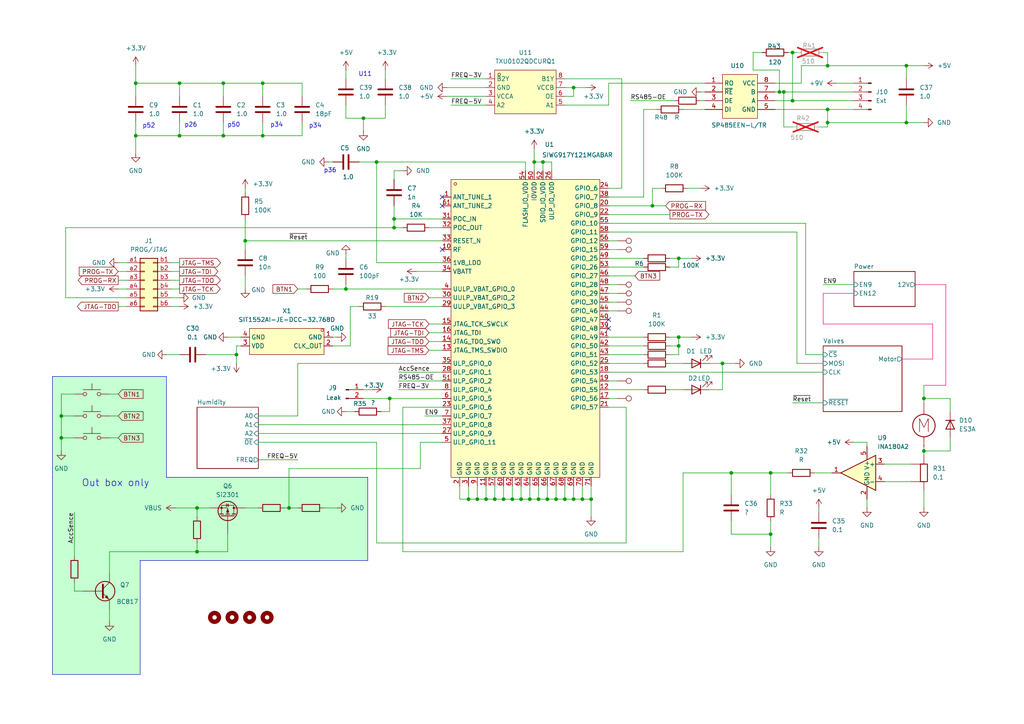
<source format=kicad_sch>
(kicad_sch (version 20231120) (generator "eeschema") (generator_version "8.0")
  (paper "A4")
  (title_block (title "Water Plant main module") (company "RoboWay"))
  (junction (at 227.33 26.67))
  (junction (at 57.15 147.32))
  (junction (at 64.77 39.37))
  (junction (at 156.21 144.78))
  (junction (at 226.06 26.67))
  (junction (at 229.87 29.21))
  (junction (at 109.22 46.99))
  (junction (at 76.2 24.13))
  (junction (at 223.52 137.16))
  (junction (at 39.37 39.37))
  (junction (at 240.03 19.05))
  (junction (at 168.91 144.78))
  (junction (at 68.58 102.87))
  (junction (at 262.89 19.05))
  (junction (at 146.05 144.78))
  (junction (at 209.55 105.41))
  (junction (at 113.03 115.57))
  (junction (at 163.83 144.78))
  (junction (at 71.12 69.85))
  (junction (at 153.67 144.78))
  (junction (at 57.15 160.02))
  (junction (at 39.37 24.13))
  (junction (at 267.97 115.57))
  (junction (at 158.75 144.78))
  (junction (at 189.23 59.69))
  (junction (at 100.33 83.82))
  (junction (at 240.03 31.75))
  (junction (at 196.85 97.79))
  (junction (at 151.13 144.78))
  (junction (at 114.3 66.04))
  (junction (at 135.89 144.78))
  (junction (at 140.97 144.78))
  (junction (at 262.89 35.56))
  (junction (at 143.51 144.78))
  (junction (at 114.3 63.5))
  (junction (at 105.41 34.29))
  (junction (at 171.45 144.78))
  (junction (at 223.52 154.94))
  (junction (at 76.2 39.37))
  (junction (at 157.48 46.99))
  (junction (at 212.09 137.16))
  (junction (at 166.37 144.78))
  (junction (at 17.78 120.65))
  (junction (at 17.78 127))
  (junction (at 154.94 46.99))
  (junction (at 196.85 74.93))
  (junction (at 64.77 24.13))
  (junction (at 83.82 147.32))
  (junction (at 161.29 144.78))
  (junction (at 196.85 100.33))
  (junction (at 166.37 25.4))
  (junction (at 267.97 130.81))
  (junction (at 229.87 15.24))
  (junction (at 148.59 144.78))
  (junction (at 52.07 39.37))
  (junction (at 138.43 144.78))
  (junction (at 240.03 35.56))
  (junction (at 52.07 24.13))
  (no_connect (at 176.53 92.71))
  (no_connect (at 128.27 72.39))
  (no_connect (at 176.53 95.25))
  (no_connect (at 128.27 59.69))
  (no_connect (at 128.27 57.15))
  (wire (pts (xy 229.87 29.21) (xy 247.65 29.21)))
  (wire (pts (xy 247.65 128.27) (xy 251.46 128.27)))
  (wire (pts (xy 265.43 82.55) (xy 274.32 82.55)) (stroke (width 0) (color 255 0 118 1)))
  (wire (pts (xy 218.44 20.32) (xy 226.06 20.32)))
  (wire (pts (xy 237.49 158.75) (xy 237.49 156.21)))
  (wire (pts (xy 176.53 74.93) (xy 186.69 74.93)))
  (wire (pts (xy 223.52 154.94) (xy 223.52 151.13)))
  (wire (pts (xy 157.48 46.99) (xy 154.94 46.99)))
  (wire (pts (xy 224.79 29.21) (xy 229.87 29.21)))
  (wire (pts (xy 130.81 22.86) (xy 140.97 22.86)))
  (wire (pts (xy 233.68 102.87) (xy 238.76 102.87)))
  (wire (pts (xy 156.21 140.97) (xy 156.21 144.78)))
  (wire (pts (xy 86.36 83.82) (xy 88.9 83.82)))
  (wire (pts (xy 163.83 140.97) (xy 163.83 144.78)))
  (wire (pts (xy 176.53 113.03) (xy 186.69 113.03)))
  (wire (pts (xy 135.89 140.97) (xy 135.89 144.78)))
  (wire (pts (xy 223.52 154.94) (xy 223.52 158.75)))
  (wire (pts (xy 176.53 97.79) (xy 186.69 97.79)))
  (wire (pts (xy 34.29 120.65) (xy 31.75 120.65)))
  (wire (pts (xy 157.48 46.99) (xy 157.48 49.53)))
  (wire (pts (xy 228.6 15.24) (xy 229.87 15.24)))
  (wire (pts (xy 163.83 27.94) (xy 166.37 27.94)))
  (wire (pts (xy 74.93 120.65) (xy 86.36 120.65)))
  (wire (pts (xy 189.23 59.69) (xy 193.04 59.69)))
  (wire (pts (xy 205.74 105.41) (xy 209.55 105.41)))
  (wire (pts (xy 34.29 114.3) (xy 31.75 114.3)))
  (wire (pts (xy 176.53 72.39) (xy 179.07 72.39)))
  (polyline (pts (xy 40.64 162.56) (xy 40.64 195.58)))
  (wire (pts (xy 101.6 88.9) (xy 104.14 88.9)))
  (wire (pts (xy 59.69 102.87) (xy 68.58 102.87)))
  (wire (pts (xy 124.46 93.98) (xy 128.27 93.98)))
  (wire (pts (xy 262.89 35.56) (xy 267.97 35.56)))
  (wire (pts (xy 226.06 26.67) (xy 227.33 26.67)))
  (wire (pts (xy 196.85 100.33) (xy 196.85 102.87)))
  (wire (pts (xy 100.33 20.32) (xy 100.33 22.86)))
  (wire (pts (xy 179.07 110.49) (xy 176.53 110.49)))
  (wire (pts (xy 194.31 113.03) (xy 198.12 113.03)))
  (wire (pts (xy 176.53 57.15) (xy 186.69 57.15)))
  (wire (pts (xy 57.15 147.32) (xy 57.15 149.86)))
  (wire (pts (xy 176.53 105.41) (xy 186.69 105.41)))
  (wire (pts (xy 76.2 39.37) (xy 87.63 39.37)))
  (wire (pts (xy 105.41 34.29) (xy 105.41 38.1)))
  (wire (pts (xy 229.87 116.84) (xy 238.76 116.84)))
  (wire (pts (xy 114.3 59.69) (xy 114.3 63.5)))
  (wire (pts (xy 34.29 127) (xy 31.75 127)))
  (wire (pts (xy 34.29 81.28) (xy 36.83 81.28)))
  (wire (pts (xy 66.04 97.79) (xy 69.85 97.79)))
  (wire (pts (xy 133.35 140.97) (xy 133.35 144.78)))
  (wire (pts (xy 64.77 24.13) (xy 64.77 27.94)))
  (wire (pts (xy 251.46 144.78) (xy 251.46 147.32)))
  (wire (pts (xy 39.37 39.37) (xy 39.37 44.45)))
  (wire (pts (xy 109.22 76.2) (xy 109.22 46.99)))
  (polyline (pts (xy 106.68 138.43) (xy 106.68 162.56)))
  (wire (pts (xy 267.97 115.57) (xy 267.97 111.76)))
  (wire (pts (xy 17.78 127) (xy 17.78 130.81)))
  (wire (pts (xy 120.65 78.74) (xy 128.27 78.74)))
  (wire (pts (xy 121.92 128.27) (xy 121.92 135.89)))
  (wire (pts (xy 109.22 128.27) (xy 109.22 157.48)))
  (wire (pts (xy 238.76 85.09) (xy 238.76 93.98)) (stroke (width 0) (color 255 0 118 1)))
  (wire (pts (xy 135.89 144.78) (xy 138.43 144.78)))
  (wire (pts (xy 247.65 24.13) (xy 242.57 24.13)))
  (wire (pts (xy 275.59 130.81) (xy 267.97 130.81)))
  (wire (pts (xy 100.33 73.66) (xy 100.33 74.93)))
  (wire (pts (xy 83.82 147.32) (xy 86.36 147.32)))
  (wire (pts (xy 181.61 157.48) (xy 181.61 118.11)))
  (wire (pts (xy 57.15 160.02) (xy 57.15 157.48)))
  (wire (pts (xy 146.05 140.97) (xy 146.05 144.78)))
  (wire (pts (xy 146.05 144.78) (xy 148.59 144.78)))
  (wire (pts (xy 153.67 140.97) (xy 153.67 144.78)))
  (wire (pts (xy 224.79 24.13) (xy 232.41 24.13)))
  (wire (pts (xy 143.51 144.78) (xy 146.05 144.78)))
  (wire (pts (xy 237.49 147.32) (xy 237.49 148.59)))
  (wire (pts (xy 21.59 168.91) (xy 21.59 171.45)))
  (wire (pts (xy 128.27 118.11) (xy 116.84 118.11)))
  (wire (pts (xy 189.23 54.61) (xy 189.23 59.69)))
  (wire (pts (xy 240.03 19.05) (xy 262.89 19.05)))
  (wire (pts (xy 176.53 54.61) (xy 180.34 54.61)))
  (wire (pts (xy 186.69 57.15) (xy 186.69 31.75)))
  (wire (pts (xy 34.29 78.74) (xy 36.83 78.74)))
  (wire (pts (xy 151.13 140.97) (xy 151.13 144.78)))
  (wire (pts (xy 274.32 82.55) (xy 274.32 111.76)) (stroke (width 0) (color 255 0 118 1)))
  (wire (pts (xy 100.33 30.48) (xy 100.33 34.29)))
  (wire (pts (xy 115.57 110.49) (xy 128.27 110.49)))
  (wire (pts (xy 238.76 93.98) (xy 270.51 93.98)) (stroke (width 0) (color 255 0 118 1)))
  (wire (pts (xy 68.58 100.33) (xy 68.58 102.87)))
  (wire (pts (xy 168.91 144.78) (xy 171.45 144.78)))
  (polyline (pts (xy 106.68 162.56) (xy 40.64 162.56)))
  (wire (pts (xy 203.2 29.21) (xy 204.47 29.21)))
  (wire (pts (xy 76.2 35.56) (xy 76.2 39.37)))
  (wire (pts (xy 49.53 78.74) (xy 52.07 78.74)))
  (wire (pts (xy 114.3 66.04) (xy 114.3 63.5)))
  (wire (pts (xy 154.94 46.99) (xy 154.94 49.53)))
  (wire (pts (xy 71.12 69.85) (xy 71.12 72.39)))
  (wire (pts (xy 74.93 123.19) (xy 128.27 123.19)))
  (wire (pts (xy 176.53 30.48) (xy 176.53 24.13)))
  (wire (pts (xy 17.78 120.65) (xy 17.78 127)))
  (wire (pts (xy 227.33 26.67) (xy 247.65 26.67)))
  (wire (pts (xy 238.76 15.24) (xy 240.03 15.24)))
  (wire (pts (xy 218.44 15.24) (xy 218.44 20.32)))
  (wire (pts (xy 212.09 137.16) (xy 212.09 143.51)))
  (wire (pts (xy 176.53 64.77) (xy 233.68 64.77)))
  (wire (pts (xy 87.63 39.37) (xy 87.63 35.56)))
  (wire (pts (xy 34.29 83.82) (xy 36.83 83.82)))
  (wire (pts (xy 128.27 83.82) (xy 100.33 83.82)))
  (wire (pts (xy 196.85 97.79) (xy 200.66 97.79)))
  (wire (pts (xy 138.43 144.78) (xy 140.97 144.78)))
  (wire (pts (xy 110.49 119.38) (xy 113.03 119.38)))
  (wire (pts (xy 121.92 135.89) (xy 83.82 135.89)))
  (wire (pts (xy 49.53 86.36) (xy 52.07 86.36)))
  (wire (pts (xy 74.93 125.73) (xy 128.27 125.73)))
  (wire (pts (xy 166.37 25.4) (xy 163.83 25.4)))
  (wire (pts (xy 74.93 128.27) (xy 109.22 128.27)))
  (wire (pts (xy 17.78 127) (xy 21.59 127)))
  (wire (pts (xy 86.36 105.41) (xy 86.36 120.65)))
  (wire (pts (xy 121.92 128.27) (xy 128.27 128.27)))
  (wire (pts (xy 102.87 119.38) (xy 100.33 119.38)))
  (wire (pts (xy 113.03 119.38) (xy 113.03 115.57)))
  (wire (pts (xy 123.19 120.65) (xy 128.27 120.65)))
  (wire (pts (xy 261.62 104.14) (xy 270.51 104.14)) (stroke (width 0) (color 255 0 118 1)))
  (wire (pts (xy 113.03 115.57) (xy 128.27 115.57)))
  (wire (pts (xy 229.87 36.83) (xy 227.33 36.83)))
  (wire (pts (xy 64.77 39.37) (xy 76.2 39.37)))
  (wire (pts (xy 180.34 22.86) (xy 180.34 54.61)))
  (wire (pts (xy 203.2 26.67) (xy 204.47 26.67)))
  (wire (pts (xy 209.55 113.03) (xy 205.74 113.03)))
  (wire (pts (xy 52.07 24.13) (xy 64.77 24.13)))
  (wire (pts (xy 128.27 76.2) (xy 109.22 76.2)))
  (wire (pts (xy 69.85 100.33) (xy 68.58 100.33)))
  (wire (pts (xy 275.59 115.57) (xy 267.97 115.57)))
  (wire (pts (xy 52.07 39.37) (xy 64.77 39.37)))
  (wire (pts (xy 179.07 82.55) (xy 176.53 82.55)))
  (wire (pts (xy 196.85 74.93) (xy 196.85 77.47)))
  (wire (pts (xy 116.84 160.02) (xy 198.12 160.02)))
  (wire (pts (xy 34.29 76.2) (xy 36.83 76.2)))
  (wire (pts (xy 31.75 166.37) (xy 31.75 160.02)))
  (wire (pts (xy 115.57 113.03) (xy 128.27 113.03)))
  (wire (pts (xy 124.46 96.52) (xy 128.27 96.52)))
  (wire (pts (xy 220.98 15.24) (xy 218.44 15.24)))
  (wire (pts (xy 50.8 147.32) (xy 57.15 147.32)))
  (wire (pts (xy 105.41 115.57) (xy 113.03 115.57)))
  (wire (pts (xy 179.07 115.57) (xy 176.53 115.57)))
  (wire (pts (xy 182.88 29.21) (xy 195.58 29.21)))
  (polyline (pts (xy 15.24 109.22) (xy 48.26 109.22)))
  (wire (pts (xy 71.12 147.32) (xy 74.93 147.32)))
  (wire (pts (xy 124.46 101.6) (xy 128.27 101.6)))
  (wire (pts (xy 111.76 34.29) (xy 111.76 30.48)))
  (wire (pts (xy 176.53 67.31) (xy 231.14 67.31)))
  (wire (pts (xy 96.52 100.33) (xy 101.6 100.33)))
  (wire (pts (xy 232.41 19.05) (xy 240.03 19.05)))
  (wire (pts (xy 48.26 102.87) (xy 52.07 102.87)))
  (wire (pts (xy 124.46 86.36) (xy 128.27 86.36)))
  (wire (pts (xy 224.79 26.67) (xy 226.06 26.67)))
  (wire (pts (xy 240.03 15.24) (xy 240.03 19.05)))
  (wire (pts (xy 229.87 15.24) (xy 231.14 15.24)))
  (wire (pts (xy 231.14 67.31) (xy 231.14 105.41)))
  (polyline (pts (xy 15.24 138.43) (xy 15.24 109.22)))
  (wire (pts (xy 39.37 24.13) (xy 52.07 24.13)))
  (wire (pts (xy 179.07 69.85) (xy 176.53 69.85)))
  (polyline (pts (xy 48.26 138.43) (xy 106.68 138.43)))
  (wire (pts (xy 114.3 63.5) (xy 128.27 63.5)))
  (wire (pts (xy 129.54 25.4) (xy 140.97 25.4)))
  (wire (pts (xy 124.46 66.04) (xy 128.27 66.04)))
  (wire (pts (xy 179.07 87.63) (xy 176.53 87.63)))
  (wire (pts (xy 166.37 140.97) (xy 166.37 144.78)))
  (wire (pts (xy 194.31 105.41) (xy 198.12 105.41)))
  (wire (pts (xy 229.87 15.24) (xy 229.87 29.21)))
  (wire (pts (xy 212.09 137.16) (xy 223.52 137.16)))
  (wire (pts (xy 34.29 88.9) (xy 36.83 88.9)))
  (wire (pts (xy 160.02 46.99) (xy 157.48 46.99)))
  (wire (pts (xy 130.81 30.48) (xy 140.97 30.48)))
  (wire (pts (xy 176.53 100.33) (xy 186.69 100.33)))
  (wire (pts (xy 151.13 144.78) (xy 153.67 144.78)))
  (wire (pts (xy 161.29 144.78) (xy 163.83 144.78)))
  (wire (pts (xy 194.31 100.33) (xy 196.85 100.33)))
  (wire (pts (xy 39.37 39.37) (xy 52.07 39.37)))
  (wire (pts (xy 251.46 129.54) (xy 251.46 128.27)))
  (wire (pts (xy 163.83 30.48) (xy 176.53 30.48)))
  (polyline (pts (xy 15.24 195.58) (xy 15.24 138.43)))
  (wire (pts (xy 76.2 24.13) (xy 87.63 24.13)))
  (wire (pts (xy 166.37 144.78) (xy 168.91 144.78)))
  (wire (pts (xy 238.76 85.09) (xy 247.65 85.09)) (stroke (width 0) (color 255 0 118 1)))
  (wire (pts (xy 191.77 54.61) (xy 189.23 54.61)))
  (wire (pts (xy 71.12 80.01) (xy 71.12 83.82)))
  (wire (pts (xy 176.53 107.95) (xy 238.76 107.95)))
  (wire (pts (xy 212.09 151.13) (xy 212.09 154.94)))
  (wire (pts (xy 31.75 176.53) (xy 31.75 180.34)))
  (wire (pts (xy 163.83 144.78) (xy 166.37 144.78)))
  (wire (pts (xy 161.29 140.97) (xy 161.29 144.78)))
  (wire (pts (xy 275.59 127) (xy 275.59 130.81)))
  (wire (pts (xy 64.77 35.56) (xy 64.77 39.37)))
  (wire (pts (xy 240.03 31.75) (xy 247.65 31.75)))
  (wire (pts (xy 156.21 144.78) (xy 158.75 144.78)))
  (wire (pts (xy 270.51 93.98) (xy 270.51 104.14)) (stroke (width 0) (color 255 0 118 1)))
  (wire (pts (xy 194.31 77.47) (xy 196.85 77.47)))
  (wire (pts (xy 158.75 144.78) (xy 161.29 144.78)))
  (polyline (pts (xy 48.26 109.22) (xy 48.26 138.43)))
  (wire (pts (xy 71.12 69.85) (xy 128.27 69.85)))
  (wire (pts (xy 238.76 82.55) (xy 247.65 82.55)))
  (wire (pts (xy 262.89 19.05) (xy 267.97 19.05)))
  (wire (pts (xy 166.37 27.94) (xy 166.37 25.4)))
  (wire (pts (xy 240.03 36.83) (xy 240.03 35.56)))
  (wire (pts (xy 168.91 140.97) (xy 168.91 144.78)))
  (wire (pts (xy 83.82 135.89) (xy 83.82 147.32)))
  (wire (pts (xy 19.05 66.04) (xy 114.3 66.04)))
  (wire (pts (xy 176.53 62.23) (xy 194.31 62.23)))
  (wire (pts (xy 21.59 148.59) (xy 21.59 161.29)))
  (wire (pts (xy 114.3 49.53) (xy 116.84 49.53)))
  (wire (pts (xy 124.46 99.06) (xy 128.27 99.06)))
  (wire (pts (xy 87.63 24.13) (xy 87.63 27.94)))
  (wire (pts (xy 21.59 171.45) (xy 24.13 171.45)))
  (wire (pts (xy 66.04 160.02) (xy 57.15 160.02)))
  (wire (pts (xy 49.53 81.28) (xy 52.07 81.28)))
  (wire (pts (xy 52.07 35.56) (xy 52.07 39.37)))
  (wire (pts (xy 223.52 137.16) (xy 223.52 143.51)))
  (wire (pts (xy 138.43 140.97) (xy 138.43 144.78)))
  (wire (pts (xy 39.37 35.56) (xy 39.37 39.37)))
  (wire (pts (xy 196.85 74.93) (xy 200.66 74.93)))
  (wire (pts (xy 176.53 77.47) (xy 186.69 77.47)))
  (wire (pts (xy 267.97 142.24) (xy 267.97 147.32)))
  (wire (pts (xy 160.02 49.53) (xy 160.02 46.99)))
  (wire (pts (xy 176.53 24.13) (xy 204.47 24.13)))
  (wire (pts (xy 74.93 133.35) (xy 86.36 133.35)))
  (wire (pts (xy 17.78 114.3) (xy 17.78 120.65)))
  (wire (pts (xy 49.53 76.2) (xy 52.07 76.2)))
  (wire (pts (xy 209.55 105.41) (xy 209.55 113.03)))
  (wire (pts (xy 140.97 144.78) (xy 143.51 144.78)))
  (wire (pts (xy 66.04 154.94) (xy 66.04 160.02)))
  (wire (pts (xy 158.75 140.97) (xy 158.75 144.78)))
  (wire (pts (xy 105.41 113.03) (xy 107.95 113.03)))
  (wire (pts (xy 171.45 144.78) (xy 171.45 149.86)))
  (wire (pts (xy 96.52 83.82) (xy 100.33 83.82)))
  (wire (pts (xy 71.12 54.61) (xy 71.12 55.88)))
  (wire (pts (xy 52.07 27.94) (xy 52.07 24.13)))
  (wire (pts (xy 223.52 137.16) (xy 228.6 137.16)))
  (wire (pts (xy 39.37 24.13) (xy 39.37 27.94)))
  (wire (pts (xy 212.09 154.94) (xy 223.52 154.94)))
  (wire (pts (xy 109.22 157.48) (xy 181.61 157.48)))
  (wire (pts (xy 227.33 26.67) (xy 227.33 36.83)))
  (wire (pts (xy 68.58 102.87) (xy 68.58 105.41)))
  (wire (pts (xy 31.75 160.02) (xy 57.15 160.02)))
  (wire (pts (xy 224.79 31.75) (xy 240.03 31.75)))
  (wire (pts (xy 226.06 20.32) (xy 226.06 26.67)))
  (wire (pts (xy 133.35 144.78) (xy 135.89 144.78)))
  (wire (pts (xy 184.15 80.01) (xy 176.53 80.01)))
  (wire (pts (xy 100.33 34.29) (xy 105.41 34.29)))
  (wire (pts (xy 198.12 137.16) (xy 212.09 137.16)))
  (wire (pts (xy 111.76 20.32) (xy 111.76 22.86)))
  (wire (pts (xy 163.83 22.86) (xy 180.34 22.86)))
  (wire (pts (xy 198.12 31.75) (xy 204.47 31.75)))
  (wire (pts (xy 104.14 46.99) (xy 109.22 46.99)))
  (wire (pts (xy 140.97 140.97) (xy 140.97 144.78)))
  (wire (pts (xy 194.31 102.87) (xy 196.85 102.87)))
  (wire (pts (xy 236.22 137.16) (xy 241.3 137.16)))
  (wire (pts (xy 231.14 105.41) (xy 238.76 105.41)))
  (wire (pts (xy 17.78 120.65) (xy 21.59 120.65)))
  (wire (pts (xy 82.55 147.32) (xy 83.82 147.32)))
  (wire (pts (xy 274.32 111.76) (xy 267.97 111.76)) (stroke (width 0) (color 255 0 118 1)))
  (wire (pts (xy 71.12 63.5) (xy 71.12 69.85)))
  (wire (pts (xy 129.54 27.94) (xy 140.97 27.94)))
  (wire (pts (xy 96.52 97.79) (xy 97.79 97.79)))
  (wire (pts (xy 109.22 46.99) (xy 152.4 46.99)))
  (wire (pts (xy 179.07 85.09) (xy 176.53 85.09)))
  (wire (pts (xy 101.6 100.33) (xy 101.6 88.9)))
  (wire (pts (xy 19.05 86.36) (xy 36.83 86.36)))
  (wire (pts (xy 256.54 139.7) (xy 264.16 139.7)))
  (wire (pts (xy 203.2 54.61) (xy 199.39 54.61)))
  (wire (pts (xy 209.55 105.41) (xy 213.36 105.41)))
  (wire (pts (xy 237.49 36.83) (xy 240.03 36.83)))
  (wire (pts (xy 198.12 160.02) (xy 198.12 137.16)))
  (wire (pts (xy 105.41 34.29) (xy 111.76 34.29)))
  (wire (pts (xy 57.15 147.32) (xy 60.96 147.32)))
  (wire (pts (xy 186.69 31.75) (xy 190.5 31.75)))
  (wire (pts (xy 267.97 116.84) (xy 267.97 115.57)))
  (wire (pts (xy 194.31 97.79) (xy 196.85 97.79)))
  (wire (pts (xy 179.07 90.17) (xy 176.53 90.17)))
  (wire (pts (xy 19.05 66.04) (xy 19.05 86.36)))
  (wire (pts (xy 116.84 66.04) (xy 114.3 66.04)))
  (wire (pts (xy 148.59 144.78) (xy 151.13 144.78)))
  (wire (pts (xy 115.57 107.95) (xy 128.27 107.95)))
  (wire (pts (xy 194.31 74.93) (xy 196.85 74.93)))
  (wire (pts (xy 93.98 147.32) (xy 97.79 147.32)))
  (wire (pts (xy 154.94 43.18) (xy 154.94 46.99)))
  (wire (pts (xy 116.84 118.11) (xy 116.84 160.02)))
  (wire (pts (xy 240.03 31.75) (xy 240.03 35.56)))
  (wire (pts (xy 86.36 105.41) (xy 128.27 105.41)))
  (polyline (pts (xy 40.64 195.58) (xy 15.24 195.58)))
  (wire (pts (xy 152.4 46.99) (xy 152.4 49.53)))
  (wire (pts (xy 153.67 144.78) (xy 156.21 144.78)))
  (wire (pts (xy 166.37 25.4) (xy 170.18 25.4)))
  (wire (pts (xy 95.25 46.99) (xy 96.52 46.99)))
  (wire (pts (xy 111.76 88.9) (xy 128.27 88.9)))
  (wire (pts (xy 240.03 35.56) (xy 262.89 35.56)))
  (wire (pts (xy 148.59 140.97) (xy 148.59 144.78)))
  (wire (pts (xy 256.54 134.62) (xy 264.16 134.62)))
  (wire (pts (xy 181.61 118.11) (xy 176.53 118.11)))
  (wire (pts (xy 267.97 130.81) (xy 267.97 132.08)))
  (wire (pts (xy 49.53 83.82) (xy 52.07 83.82)))
  (wire (pts (xy 143.51 140.97) (xy 143.51 144.78)))
  (wire (pts (xy 64.77 24.13) (xy 76.2 24.13)))
  (wire (pts (xy 267.97 129.54) (xy 267.97 130.81)))
  (wire (pts (xy 39.37 19.05) (xy 39.37 24.13)))
  (wire (pts (xy 262.89 19.05) (xy 262.89 22.86)))
  (wire (pts (xy 232.41 24.13) (xy 232.41 19.05)))
  (wire (pts (xy 196.85 97.79) (xy 196.85 100.33)))
  (wire (pts (xy 100.33 83.82) (xy 100.33 82.55)))
  (wire (pts (xy 275.59 119.38) (xy 275.59 115.57)))
  (wire (pts (xy 171.45 144.78) (xy 171.45 140.97)))
  (wire (pts (xy 233.68 64.77) (xy 233.68 102.87)))
  (wire (pts (xy 76.2 24.13) (xy 76.2 27.94)))
  (wire (pts (xy 114.3 52.07) (xy 114.3 49.53)))
  (wire (pts (xy 21.59 114.3) (xy 17.78 114.3)))
  (wire (pts (xy 49.53 88.9) (xy 52.07 88.9)))
  (wire (pts (xy 176.53 59.69) (xy 189.23 59.69)))
  (wire (pts (xy 262.89 35.56) (xy 262.89 30.48)))
  (wire (pts (xy 176.53 102.87) (xy 186.69 102.87)))
  (rectangle (start 15.24 162.56) (end 40.64 195.58) (stroke (width -0.0001)) (fill (type color) (color 197 255 210 1)))
  (rectangle (start 15.24 138.43) (end 106.68 162.56) (stroke (width -0.0001)) (fill (type color) (color 197 255 210 1)))
  (rectangle (start 15.24 109.22) (end 48.26 138.43) (stroke (width -0.0001)) (fill (type color) (color 197 255 210 1)))
  (text "p34" (at 80.264 36.322 0) (effects (font (size 1.27 1.27))))
  (text "p26" (at 55.372 36.322 0) (effects (font (size 1.27 1.27))))
  (text "p36" (at 95.758 49.53 0) (effects (font (size 1.27 1.27))))
  (text "Out box only" (at 33.528 140.208 0) (effects (font (size 2 2))))
  (text "p34" (at 91.44 36.576 0) (effects (font (size 1.27 1.27))))
  (text "p50" (at 67.818 36.322 0) (effects (font (size 1.27 1.27))))
  (text "U11" (at 105.918 21.59 0) (effects (font (size 1.27 1.27))))
  (text "p52" (at 43.18 36.576 0) (effects (font (size 1.27 1.27))))
  (label "RS485-OE" (at 115.57 110.49 0))
  (label "EN9" (at 123.19 120.65 0))
  (label "FREQ-5V" (at 86.36 133.35 180))
  (label "FREQ-3V" (at 130.81 22.86 0))
  (label "FREQ-5V" (at 130.81 30.48 0))
  (label "AccSence" (at 115.57 107.95 0))
  (label "EN9" (at 238.76 82.55 0))
  (label "FREQ-3V" (at 115.57 113.03 0))
  (label "~{Reset}" (at 83.82 69.85 0))
  (label "AccSence" (at 21.59 148.59 270))
  (label "RS485-OE" (at 182.88 29.21 0))
  (label "~{Reset}" (at 229.87 116.84 0))
  (global_label "BTN2" (shape input) (at 124.46 86.36 180) (property "Intersheetrefs" "${INTERSHEET_REFS}" (effects (hide yes))))
  (global_label "BTN1" (shape input) (at 34.29 114.3 0) (property "Intersheetrefs" "${INTERSHEET_REFS}" (effects (hide yes))))
  (global_label "PROG-TX" (shape output) (at 194.31 62.23 0) (property "Intersheetrefs" "${INTERSHEET_REFS}" (effects (hide yes))))
  (global_label "JTAG-TCK" (shape input) (at 124.46 93.98 180) (property "Intersheetrefs" "${INTERSHEET_REFS}" (effects (hide yes))))
  (global_label "JTAG-TDI" (shape input) (at 124.46 96.52 180) (property "Intersheetrefs" "${INTERSHEET_REFS}" (effects (hide yes))))
  (global_label "BTN3" (shape input) (at 34.29 127 0) (property "Intersheetrefs" "${INTERSHEET_REFS}" (effects (hide yes))))
  (global_label "JTAG-TDO" (shape input) (at 124.46 99.06 180) (property "Intersheetrefs" "${INTERSHEET_REFS}" (effects (hide yes))))
  (global_label "JTAG-TDI" (shape output) (at 52.07 78.74 0) (property "Intersheetrefs" "${INTERSHEET_REFS}" (effects (hide yes))))
  (global_label "JTAG-TDO" (shape output) (at 52.07 81.28 0) (property "Intersheetrefs" "${INTERSHEET_REFS}" (effects (hide yes))))
  (global_label "BTN1" (shape input) (at 86.36 83.82 180) (property "Intersheetrefs" "${INTERSHEET_REFS}" (effects (hide yes))))
  (global_label "JTAG-TMS" (shape output) (at 52.07 76.2 0) (property "Intersheetrefs" "${INTERSHEET_REFS}" (effects (hide yes))))
  (global_label "JTAG-TCK" (shape output) (at 52.07 83.82 0) (property "Intersheetrefs" "${INTERSHEET_REFS}" (effects (hide yes))))
  (global_label "PROG-RX" (shape output) (at 34.29 81.28 180) (property "Intersheetrefs" "${INTERSHEET_REFS}" (effects (hide yes))))
  (global_label "BTN3" (shape input) (at 184.15 80.01 0) (property "Intersheetrefs" "${INTERSHEET_REFS}" (effects (hide yes))))
  (global_label "BTN2" (shape input) (at 34.29 120.65 0) (property "Intersheetrefs" "${INTERSHEET_REFS}" (effects (hide yes))))
  (global_label "JTAG-TMS" (shape input) (at 124.46 101.6 180) (property "Intersheetrefs" "${INTERSHEET_REFS}" (effects (hide yes))))
  (global_label "PROG-TX" (shape input) (at 34.29 78.74 180) (property "Intersheetrefs" "${INTERSHEET_REFS}" (effects (hide yes))))
  (global_label "PROG-RX" (shape input) (at 193.04 59.69 0) (property "Intersheetrefs" "${INTERSHEET_REFS}" (effects (hide yes))))
  (global_label "JTAG-TDO" (shape output) (at 34.29 88.9 180) (property "Intersheetrefs" "${INTERSHEET_REFS}" (effects (hide yes))))
  (symbol (lib_id "Device:R") (at 120.65 66.04 90) (unit 1)
    (property "Reference" "R4" (at 120.65 59.69 90))
    (property "Value" "10K" (at 120.65 62.23 90))
    (property "Footprint" "Resistor_SMD:R_0603_1608Metric_Pad0.98x0.95mm_HandSolder" (effects (hide yes)))
    (property "Description" "Resistor" (effects (hide yes)))
  )
  (symbol (lib_id "power:+3.3V") (at 200.66 74.93 270) (unit 1)
    (property "Reference" "#PWR012" (effects (hide yes)))
    (property "Value" "+3.3V" (at 204.47 74.9299 90) (effects (justify left)))
    (property "Description" "Power symbol creates a global label with name \"+3.3V\"" (effects (hide yes)))
  )
  (symbol (lib_id "Connector:Conn_01x04_Pin") (at 252.73 26.67 0) (mirror y) (unit 1)
    (property "Reference" "J10" (at 254 26.6699 0) (effects (justify right)))
    (property "Value" "Ext" (at 254 29.2099 0) (effects (justify right)))
    (property "Footprint" "locals:CONN-TH_DB301R-3.5-4P-GN-S" (effects (hide yes)))
    (property "Description" "Generic connector, single row, 01x04, script generated" (effects (hide yes)))
  )
  (symbol (lib_id "power:GND") (at 105.41 38.1 0) (unit 1)
    (property "Reference" "#PWR096" (effects (hide yes)))
    (property "Value" "GND" (at 105.41 43.18 0))
    (property "Description" "Power symbol creates a global label with name \"GND\" , ground" (effects (hide yes)))
  )
  (symbol (lib_id "Device:LED") (at 201.93 113.03 180) (unit 1)
    (property "Reference" "D2" (at 200.914 109.728 0))
    (property "Value" "LED" (at 204.216 109.728 0))
    (property "Footprint" "LED_THT:LED_D5.0mm" (effects (hide yes)))
    (property "Description" "Light emitting diode" (effects (hide yes)))
  )
  (symbol (lib_id "Device:C") (at 114.3 55.88 0) (unit 1)
    (property "Reference" "C7" (at 118.11 54.6099 0) (effects (justify left)))
    (property "Value" "1n" (at 118.11 57.1499 0) (effects (justify left)))
    (property "Footprint" "Capacitor_SMD:C_0603_1608Metric_Pad1.08x0.95mm_HandSolder" (effects (hide yes)))
    (property "Description" "Unpolarized capacitor" (effects (hide yes)))
  )
  (symbol (lib_id "power:GND") (at 203.2 26.67 270) (unit 1)
    (property "Reference" "#PWR092" (effects (hide yes)))
    (property "Value" "GND" (at 199.39 26.6699 90) (effects (justify right)))
    (property "Description" "Power symbol creates a global label with name \"GND\" , ground" (effects (hide yes)))
  )
  (symbol (lib_id "Device:R") (at 233.68 36.83 90) (unit 1) (dnp yes)
    (property "Reference" "R42" (at 232.918 34.29 90))
    (property "Value" "510" (at 231.14 39.878 90))
    (property "Footprint" "Resistor_SMD:R_0603_1608Metric_Pad0.98x0.95mm_HandSolder" (effects (hide yes)))
    (property "Description" "Resistor" (effects (hide yes)))
  )
  (symbol (lib_id "power:GND") (at 39.37 44.45 0) (unit 1)
    (property "Reference" "#PWR05" (effects (hide yes)))
    (property "Value" "GND" (at 39.37 49.53 0))
    (property "Description" "Power symbol creates a global label with name \"GND\" , ground" (effects (hide yes)))
  )
  (symbol (lib_id "Switch:SW_Push") (at 26.67 120.65 0) (unit 1)
    (property "Reference" "SW2" (effects (hide yes)))
    (property "Value" "SW_Push" (effects (hide yes)))
    (property "Footprint" "locals:KEY-TH_2P-L6.0-W3.5-P6.50" (effects (hide yes)))
    (property "Description" "Push button switch, generic, two pins" (effects (hide yes)))
  )
  (symbol (lib_id "power:+3.3V") (at 107.95 113.03 270) (unit 1)
    (property "Reference" "#PWR088" (effects (hide yes)))
    (property "Value" "+3.3V" (at 105.41 111.76 90) (effects (justify left)))
    (property "Description" "Power symbol creates a global label with name \"+3.3V\"" (effects (hide yes)))
  )
  (symbol (lib_id "Device:R") (at 190.5 97.79 90) (unit 1)
    (property "Reference" "R1" (at 190.5 91.44 90))
    (property "Value" "100K" (at 190.5 93.98 90))
    (property "Footprint" "Resistor_SMD:R_0603_1608Metric_Pad0.98x0.95mm_HandSolder" (effects (hide yes)))
    (property "Description" "Resistor" (effects (hide yes)))
  )
  (symbol (lib_id "Device:C") (at 76.2 31.75 0) (unit 1)
    (property "Reference" "C3" (at 80.01 30.4799 0) (effects (justify left)))
    (property "Value" "1.0" (at 80.01 33.0199 0) (effects (justify left)))
    (property "Footprint" "Capacitor_SMD:C_0603_1608Metric_Pad1.08x0.95mm_HandSolder" (effects (hide yes)))
    (property "Description" "Unpolarized capacitor" (effects (hide yes)))
  )
  (symbol (lib_id "Switch:SW_Push") (at 26.67 114.3 0) (unit 1)
    (property "Reference" "SW1" (effects (hide yes)))
    (property "Value" "SW_Push" (effects (hide yes)))
    (property "Footprint" "locals:KEY-TH_2P-L6.0-W3.5-P6.50" (effects (hide yes)))
    (property "Description" "Push button switch, generic, two pins" (effects (hide yes)))
  )
  (symbol (lib_id "power:GND") (at 31.75 180.34 0) (unit 1)
    (property "Reference" "#PWR0101" (effects (hide yes)))
    (property "Value" "GND" (at 31.75 185.42 0))
    (property "Description" "Power symbol creates a global label with name \"GND\" , ground" (effects (hide yes)))
  )
  (symbol (lib_id "Device:LED") (at 201.93 105.41 180) (unit 1)
    (property "Reference" "D1" (at 200.406 101.854 0))
    (property "Value" "LED" (at 204.724 101.854 0))
    (property "Footprint" "LED_THT:LED_D5.0mm" (effects (hide yes)))
    (property "Description" "Light emitting diode" (effects (hide yes)))
  )
  (symbol (lib_id "Device:C") (at 52.07 31.75 0) (unit 1)
    (property "Reference" "C1" (at 55.88 30.4799 0) (effects (justify left)))
    (property "Value" "1.0" (at 55.88 33.0199 0) (effects (justify left)))
    (property "Footprint" "Capacitor_SMD:C_0603_1608Metric_Pad1.08x0.95mm_HandSolder" (effects (hide yes)))
    (property "Description" "Unpolarized capacitor" (effects (hide yes)))
  )
  (symbol (lib_id "power:GND") (at 223.52 158.75 0) (unit 1)
    (property "Reference" "#PWR083" (effects (hide yes)))
    (property "Value" "GND" (at 223.52 163.83 0))
    (property "Description" "Power symbol creates a global label with name \"GND\" , ground" (effects (hide yes)))
  )
  (symbol (lib_id "Device:C") (at 111.76 26.67 0) (unit 1)
    (property "Reference" "C38" (at 115.57 25.3999 0) (effects (justify left)))
    (property "Value" "1.0" (at 115.57 27.9399 0) (effects (justify left)))
    (property "Footprint" "Capacitor_SMD:C_0603_1608Metric_Pad1.08x0.95mm_HandSolder" (effects (hide yes)))
    (property "Description" "Unpolarized capacitor" (effects (hide yes)))
  )
  (symbol (lib_id "Motor:Motor_DC") (at 267.97 121.92 0) (unit 1)
    (property "Reference" "M1" (effects (hide yes)))
    (property "Value" "Motor_DC" (effects (hide yes)))
    (property "Footprint" "Connector_JST:JST_XH_B2B-XH-A_1x02_P2.50mm_Vertical" (effects (hide yes)))
    (property "Description" "DC Motor" (effects (hide yes)))
  )
  (symbol (lib_id "power:+3.3V") (at 120.65 78.74 90) (unit 1)
    (property "Reference" "#PWR03" (effects (hide yes)))
    (property "Value" "+3.3V" (at 118.618 81.026 90))
    (property "Description" "Power symbol creates a global label with name \"+3.3V\"" (effects (hide yes)))
  )
  (symbol (lib_id "power:GND") (at 213.36 105.41 90) (unit 1)
    (property "Reference" "#PWR056" (effects (hide yes)))
    (property "Value" "GND" (at 217.17 105.4099 90) (effects (justify right)))
    (property "Description" "Power symbol creates a global label with name \"GND\" , ground" (effects (hide yes)))
  )
  (symbol (lib_id "Connector:Conn_01x02_Pin") (at 100.33 113.03 0) (unit 1)
    (property "Reference" "J9" (at 96.52 112.522 0))
    (property "Value" "Leak" (at 96.774 115.316 0))
    (property "Footprint" "Connector_JST:JST_XH_B2B-XH-A_1x02_P2.50mm_Vertical" (effects (hide yes)))
    (property "Description" "Generic connector, single row, 01x02, script generated" (effects (hide yes)))
  )
  (symbol (lib_id "Connector:TestPoint") (at 179.07 110.49 270) (unit 1)
    (property "Reference" "TP3" (effects (hide yes)))
    (property "Value" "TestPoint" (effects (hide yes)))
    (property "Footprint" "TestPoint:TestPoint_Pad_1.0x1.0mm" (effects (hide yes)))
    (property "Description" "test point" (effects (hide yes)))
  )
  (symbol (lib_id "power:GND") (at 66.04 97.79 270) (unit 1)
    (property "Reference" "#PWR049" (effects (hide yes)))
    (property "Value" "GND" (at 60.96 97.79 90))
    (property "Description" "Power symbol creates a global label with name \"GND\" , ground" (effects (hide yes)))
  )
  (symbol (lib_id "Device:R") (at 234.95 15.24 90) (unit 1) (dnp yes)
    (property "Reference" "R41" (at 234.696 13.208 90))
    (property "Value" "510" (at 234.442 17.78 90))
    (property "Footprint" "Resistor_SMD:R_0603_1608Metric_Pad0.98x0.95mm_HandSolder" (effects (hide yes)))
    (property "Description" "Resistor" (effects (hide yes)))
  )
  (symbol (lib_id "power:GND") (at 95.25 46.99 270) (unit 1)
    (property "Reference" "#PWR06" (effects (hide yes)))
    (property "Value" "GND" (at 89.408 46.99 90))
    (property "Description" "Power symbol creates a global label with name \"GND\" , ground" (effects (hide yes)))
  )
  (symbol (lib_id "Device:R") (at 199.39 29.21 90) (unit 1)
    (property "Reference" "R49" (effects (hide yes)))
    (property "Value" "R" (effects (hide yes)))
    (property "Footprint" "Resistor_SMD:R_0603_1608Metric_Pad0.98x0.95mm_HandSolder" (effects (hide yes)))
    (property "Description" "Resistor" (effects (hide yes)))
  )
  (symbol (lib_id "Device:R") (at 71.12 59.69 180) (unit 1)
    (property "Reference" "R5" (at 73.66 58.4199 0) (effects (justify right)))
    (property "Value" "100K" (at 73.66 60.9599 0) (effects (justify right)))
    (property "Footprint" "Resistor_SMD:R_0603_1608Metric_Pad0.98x0.95mm_HandSolder" (effects (hide yes)))
    (property "Description" "Resistor" (effects (hide yes)))
  )
  (symbol (lib_id "power:+3.3V") (at 68.58 105.41 180) (unit 1)
    (property "Reference" "#PWR051" (effects (hide yes)))
    (property "Value" "+3.3V" (at 64.008 106.934 0))
    (property "Description" "Power symbol creates a global label with name \"+3.3V\"" (effects (hide yes)))
  )
  (symbol (lib_id "Device:R") (at 190.5 113.03 90) (unit 1)
    (property "Reference" "R22" (effects (hide yes)))
    (property "Value" "100K" (effects (hide yes)))
    (property "Footprint" "Resistor_SMD:R_0603_1608Metric_Pad0.98x0.95mm_HandSolder" (effects (hide yes)))
    (property "Description" "Resistor" (effects (hide yes)))
  )
  (symbol (lib_id "EasyEDA:SP485EEN-L_TR") (at 214.63 27.94 0) (unit 1)
    (property "Reference" "U10" (at 213.868 19.05 0))
    (property "Value" "SP485EEN-L/TR" (at 214.376 36.322 0))
    (property "Footprint" "easyeda2kicad:SOIC-8_L5.0-W4.0-P1.27-LS6.0-BL" (effects (hide yes)))
    (property "Datasheet" "https://lcsc.com/product-detail/RS-485-RS-422_SIPEX_SP485EEN-L-TR_SP485EEN-L-TR_C6855.html" (effects (hide yes)))
    (property "LCSC Part" "C6855" (effects (hide yes)))
  )
  (symbol (lib_id "power:GND") (at 267.97 147.32 0) (unit 1)
    (property "Reference" "#PWR076" (effects (hide yes)))
    (property "Value" "GND" (at 267.97 152.4 0))
    (property "Description" "Power symbol creates a global label with name \"GND\" , ground" (effects (hide yes)))
  )
  (symbol (lib_id "Connector:TestPoint") (at 179.07 82.55 270) (unit 1)
    (property "Reference" "TP2" (effects (hide yes)))
    (property "Value" "TestPoint" (effects (hide yes)))
    (property "Footprint" "TestPoint:TestPoint_Pad_1.0x1.0mm" (effects (hide yes)))
    (property "Description" "test point" (effects (hide yes)))
  )
  (symbol (lib_id "power:GND") (at 97.79 97.79 90) (unit 1)
    (property "Reference" "#PWR050" (effects (hide yes)))
    (property "Value" "GND" (at 97.79 95.25 90))
    (property "Description" "Power symbol creates a global label with name \"GND\" , ground" (effects (hide yes)))
  )
  (symbol (lib_id "power:GND") (at 71.12 83.82 0) (unit 1)
    (property "Reference" "#PWR010" (effects (hide yes)))
    (property "Value" "GND" (at 74.93 84.074 0))
    (property "Description" "Power symbol creates a global label with name \"GND\" , ground" (effects (hide yes)))
  )
  (symbol (lib_id "power:GND") (at 97.79 147.32 90) (unit 1)
    (property "Reference" "#PWR0100" (effects (hide yes)))
    (property "Value" "GND" (at 101.6 147.3199 90) (effects (justify right)))
    (property "Description" "Power symbol creates a global label with name \"GND\" , ground" (effects (hide yes)))
  )
  (symbol (lib_id "Device:R") (at 195.58 54.61 90) (unit 1)
    (property "Reference" "R8" (at 195.58 48.26 90))
    (property "Value" "100K" (at 195.58 50.8 90))
    (property "Footprint" "Resistor_SMD:R_0603_1608Metric_Pad0.98x0.95mm_HandSolder" (effects (hide yes)))
    (property "Description" "Resistor" (effects (hide yes)))
  )
  (symbol (lib_id "easyeda2kicad:SIWG917Y121MGABAR") (at 152.4 96.52 0) (unit 1)
    (property "Reference" "U1" (at 157.988 41.91 0) (effects (justify left)))
    (property "Value" "SIWG917Y121MGABAR" (at 157.226 44.958 0) (effects (justify left)))
    (property "Footprint" "locals:COMM-SMD_SIWG917Y110LGNBA" (effects (hide yes)))
    (property "LCSC Part" "C44509713" (effects (hide yes)))
  )
  (symbol (lib_id "power:+3.3V") (at 71.12 54.61 0) (unit 1)
    (property "Reference" "#PWR011" (effects (hide yes)))
    (property "Value" "+3.3V" (at 76.2 53.34 0))
    (property "Description" "Power symbol creates a global label with name \"+3.3V\"" (effects (hide yes)))
  )
  (symbol (lib_id "Mechanical:MountingHole") (at 67.31 179.07 0) (unit 1) (exclude_from_sim yes) (in_bom no)
    (property "Reference" "H2" (effects (hide yes)))
    (property "Value" "MountingHole" (effects (hide yes)))
    (property "Footprint" "MountingHole:MountingHole_3.2mm_M3" (effects (hide yes)))
    (property "Description" "Mounting Hole without connection" (effects (hide yes)))
  )
  (symbol (lib_id "power:+3.3V") (at 52.07 88.9 270) (unit 1)
    (property "Reference" "#PWR017" (effects (hide yes)))
    (property "Value" "+3.3V" (at 55.88 88.8999 90) (effects (justify left)))
    (property "Description" "Power symbol creates a global label with name \"+3.3V\"" (effects (hide yes)))
  )
  (symbol (lib_id "power:+5V") (at 267.97 19.05 270) (unit 1)
    (property "Reference" "#PWR091" (effects (hide yes)))
    (property "Value" "+5V" (at 271.78 19.0499 90) (effects (justify left)))
    (property "Description" "Power symbol creates a global label with name \"+5V\"" (effects (hide yes)))
  )
  (symbol (lib_id "Device:C") (at 87.63 31.75 0) (unit 1)
    (property "Reference" "C4" (at 91.44 30.4799 0) (effects (justify left)))
    (property "Value" "18pF" (at 91.44 33.0199 0) (effects (justify left)))
    (property "Footprint" "Capacitor_SMD:C_0603_1608Metric_Pad1.08x0.95mm_HandSolder" (effects (hide yes)))
    (property "Description" "Unpolarized capacitor" (effects (hide yes)))
  )
  (symbol (lib_id "Connector_Generic:Conn_02x06_Row_Letter_First") (at 41.91 81.28 0) (unit 1)
    (property "Reference" "J1" (at 43.18 69.85 0))
    (property "Value" "PROG/JTAG" (at 43.18 72.39 0))
    (property "Footprint" "locals:PinHeader_2x06_P2.54mm_VerticalAB" (effects (hide yes)))
    (property "Description" "Generic connector, double row, 02x06, row letter first pin numbering scheme (pin number consists of a letter for the row and a number for the pin index in this row. a1, ..., aN; b1, ..., bN), script generated (kicad-library-utils/schlib/autogen/connector/)" (effects (hide yes)))
  )
  (symbol (lib_id "power:GND") (at 52.07 86.36 90) (unit 1)
    (property "Reference" "#PWR016" (effects (hide yes)))
    (property "Value" "GND" (at 57.658 86.36 90))
    (property "Description" "Power symbol creates a global label with name \"GND\" , ground" (effects (hide yes)))
  )
  (symbol (lib_id "Connector:TestPoint") (at 179.07 69.85 270) (unit 1)
    (property "Reference" "TP9" (effects (hide yes)))
    (property "Value" "TestPoint" (effects (hide yes)))
    (property "Footprint" "TestPoint:TestPoint_Pad_1.0x1.0mm" (effects (hide yes)))
    (property "Description" "test point" (effects (hide yes)))
  )
  (symbol (lib_id "Device:C") (at 64.77 31.75 0) (unit 1)
    (property "Reference" "C2" (at 68.58 30.4799 0) (effects (justify left)))
    (property "Value" "1.0" (at 68.58 33.0199 0) (effects (justify left)))
    (property "Footprint" "Capacitor_SMD:C_0603_1608Metric_Pad1.08x0.95mm_HandSolder" (effects (hide yes)))
    (property "Description" "Unpolarized capacitor" (effects (hide yes)))
  )
  (symbol (lib_id "power:+3.3V") (at 34.29 83.82 90) (unit 1)
    (property "Reference" "#PWR015" (effects (hide yes)))
    (property "Value" "+3.3V" (at 30.48 83.8199 90) (effects (justify left)))
    (property "Description" "Power symbol creates a global label with name \"+3.3V\"" (effects (hide yes)))
  )
  (symbol (lib_id "Device:C") (at 100.33 26.67 0) (unit 1)
    (property "Reference" "C39" (at 104.14 25.3999 0) (effects (justify left)))
    (property "Value" "1.0" (at 104.14 27.9399 0) (effects (justify left)))
    (property "Footprint" "Capacitor_SMD:C_0603_1608Metric_Pad1.08x0.95mm_HandSolder" (effects (hide yes)))
    (property "Description" "Unpolarized capacitor" (effects (hide yes)))
  )
  (symbol (lib_id "power:GND") (at 100.33 73.66 180) (unit 1)
    (property "Reference" "#PWR08" (effects (hide yes)))
    (property "Value" "GND" (at 96.52 73.406 0))
    (property "Description" "Power symbol creates a global label with name \"GND\" , ground" (effects (hide yes)))
  )
  (symbol (lib_id "Device:R") (at 190.5 100.33 90) (unit 1)
    (property "Reference" "R2" (effects (hide yes)))
    (property "Value" "100K" (effects (hide yes)))
    (property "Footprint" "Resistor_SMD:R_0603_1608Metric_Pad0.98x0.95mm_HandSolder" (effects (hide yes)))
    (property "Description" "Resistor" (effects (hide yes)))
  )
  (symbol (lib_id "Connector:TestPoint") (at 179.07 87.63 270) (unit 1)
    (property "Reference" "TP7" (effects (hide yes)))
    (property "Value" "TestPoint" (effects (hide yes)))
    (property "Footprint" "TestPoint:TestPoint_Pad_1.0x1.0mm" (effects (hide yes)))
    (property "Description" "test point" (effects (hide yes)))
  )
  (symbol (lib_id "power:GND") (at 116.84 49.53 90) (unit 1)
    (property "Reference" "#PWR09" (effects (hide yes)))
    (property "Value" "GND" (at 120.65 49.5299 90) (effects (justify right)))
    (property "Description" "Power symbol creates a global label with name \"GND\" , ground" (effects (hide yes)))
  )
  (symbol (lib_id "Device:C") (at 100.33 78.74 0) (unit 1)
    (property "Reference" "C6" (at 104.14 77.4699 0) (effects (justify left)))
    (property "Value" "100pF" (at 104.14 80.0099 0) (effects (justify left)))
    (property "Footprint" "Capacitor_SMD:C_0603_1608Metric_Pad1.08x0.95mm_HandSolder" (effects (hide yes)))
    (property "Description" "Unpolarized capacitor" (effects (hide yes)))
  )
  (symbol (lib_id "Device:C") (at 100.33 46.99 90) (unit 1)
    (property "Reference" "C5" (at 101.346 42.926 90) (effects (justify left)))
    (property "Value" "1.0" (at 102.616 51.308 90) (effects (justify left)))
    (property "Footprint" "Capacitor_SMD:C_0603_1608Metric_Pad1.08x0.95mm_HandSolder" (effects (hide yes)))
    (property "Description" "Unpolarized capacitor" (effects (hide yes)))
  )
  (symbol (lib_id "Connector:TestPoint") (at 179.07 90.17 270) (unit 1)
    (property "Reference" "TP1" (effects (hide yes)))
    (property "Value" "TestPoint" (effects (hide yes)))
    (property "Footprint" "TestPoint:TestPoint_Pad_1.0x1.0mm" (effects (hide yes)))
    (property "Description" "test point" (effects (hide yes)))
  )
  (symbol (lib_id "Device:Q_PMOS_GSD") (at 66.04 149.86 270) (mirror x) (unit 1)
    (property "Reference" "Q6" (at 66.04 140.97 90))
    (property "Value" "Si2301" (at 66.04 143.51 90))
    (property "Footprint" "Package_TO_SOT_SMD:SOT-23" (effects (hide yes)))
    (property "Description" "P-MOSFET transistor, gate/source/drain" (effects (hide yes)))
  )
  (symbol (lib_id "power:+3.3V") (at 39.37 19.05 0) (unit 1)
    (property "Reference" "#PWR04" (effects (hide yes)))
    (property "Value" "+3.3V" (at 39.37 13.97 0))
    (property "Description" "Power symbol creates a global label with name \"+3.3V\"" (effects (hide yes)))
  )
  (symbol (lib_id "Device:R") (at 21.59 165.1 180) (unit 1)
    (property "Reference" "R39" (effects (hide yes)))
    (property "Value" "100K" (effects (hide yes)))
    (property "Footprint" "Resistor_SMD:R_0603_1608Metric_Pad0.98x0.95mm_HandSolder" (effects (hide yes)))
    (property "Description" "Resistor" (effects (hide yes)))
  )
  (symbol (lib_id "Device:R_Shunt") (at 267.97 137.16 0) (mirror y) (unit 1)
    (property "Reference" "R31" (at 270.51 135.8899 0) (effects (justify right)))
    (property "Value" "0.1" (at 270.51 138.4299 0) (effects (justify right)))
    (property "Footprint" "Resistor_SMD:R_Shunt_Vishay_WSK2512_6332Metric_T2.21mm" (effects (hide yes)))
    (property "Description" "Shunt resistor" (effects (hide yes)))
  )
  (symbol (lib_id "power:+3.3V") (at 203.2 54.61 270) (unit 1)
    (property "Reference" "#PWR013" (effects (hide yes)))
    (property "Value" "+3.3V" (at 207.01 54.6099 90) (effects (justify left)))
    (property "Description" "Power symbol creates a global label with name \"+3.3V\"" (effects (hide yes)))
  )
  (symbol (lib_id "Device:R") (at 190.5 102.87 90) (unit 1)
    (property "Reference" "R3" (effects (hide yes)))
    (property "Value" "100K" (effects (hide yes)))
    (property "Footprint" "Resistor_SMD:R_0603_1608Metric_Pad0.98x0.95mm_HandSolder" (effects (hide yes)))
    (property "Description" "Resistor" (effects (hide yes)))
  )
  (symbol (lib_id "power:+9V") (at 242.57 24.13 90) (unit 1)
    (property "Reference" "#PWR0111" (effects (hide yes)))
    (property "Value" "+9V" (at 238.76 24.1299 90) (effects (justify left)))
    (property "Description" "Power symbol creates a global label with name \"+9V\"" (effects (hide yes)))
  )
  (symbol (lib_id "Mechanical:MountingHole") (at 72.39 179.07 0) (unit 1) (exclude_from_sim yes) (in_bom no)
    (property "Reference" "H3" (effects (hide yes)))
    (property "Value" "MountingHole" (effects (hide yes)))
    (property "Footprint" "MountingHole:MountingHole_3.2mm_M3" (effects (hide yes)))
    (property "Description" "Mounting Hole without connection" (effects (hide yes)))
  )
  (symbol (lib_id "Device:R") (at 223.52 147.32 180) (unit 1)
    (property "Reference" "R33" (at 226.06 146.0499 0) (effects (justify right)))
    (property "Value" "R" (at 226.06 148.5899 0) (effects (justify right)))
    (property "Footprint" "Resistor_SMD:R_0603_1608Metric_Pad0.98x0.95mm_HandSolder" (effects (hide yes)))
    (property "Description" "Resistor" (effects (hide yes)))
  )
  (symbol (lib_id "power:+3.3V") (at 154.94 43.18 0) (unit 1)
    (property "Reference" "#PWR02" (effects (hide yes)))
    (property "Value" "+3.3V" (at 154.94 38.1 0))
    (property "Description" "Power symbol creates a global label with name \"+3.3V\"" (effects (hide yes)))
  )
  (symbol (lib_id "easyeda2kicad:SIT1552AI-JE-DCC-32.768D") (at 83.82 99.06 0) (mirror y) (unit 1)
    (property "Reference" "X1" (at 83.185 90.17 0))
    (property "Value" "SIT1552AI-JE-DCC-32.768D" (at 83.185 92.71 0))
    (property "Footprint" "easyeda2kicad:OSC-SMD_4P-L1.5-W0.8-BL" (effects (hide yes)))
    (property "Datasheet" "https://lcsc.com/product-detail/Others_SiTime-SIT1552AI-JE-DCC-32-768D_C367054.html" (effects (hide yes)))
    (property "LCSC Part" "C367054" (effects (hide yes)))
  )
  (symbol (lib_id "Device:R") (at 190.5 105.41 90) (unit 1)
    (property "Reference" "R21" (effects (hide yes)))
    (property "Value" "100K" (effects (hide yes)))
    (property "Footprint" "Resistor_SMD:R_0603_1608Metric_Pad0.98x0.95mm_HandSolder" (effects (hide yes)))
    (property "Description" "Resistor" (effects (hide yes)))
  )
  (symbol (lib_id "Device:R") (at 78.74 147.32 90) (unit 1)
    (property "Reference" "R36" (effects (hide yes)))
    (property "Value" "100K" (effects (hide yes)))
    (property "Footprint" "Resistor_SMD:R_0603_1608Metric_Pad0.98x0.95mm_HandSolder" (effects (hide yes)))
    (property "Description" "Resistor" (effects (hide yes)))
  )
  (symbol (lib_id "Device:C") (at 55.88 102.87 90) (unit 1)
    (property "Reference" "C30" (at 55.88 95.25 90))
    (property "Value" "0.1" (at 55.88 97.79 90))
    (property "Footprint" "Capacitor_SMD:C_0603_1608Metric_Pad1.08x0.95mm_HandSolder" (effects (hide yes)))
    (property "Description" "Unpolarized capacitor" (effects (hide yes)))
  )
  (symbol (lib_id "Device:R") (at 190.5 74.93 90) (unit 1)
    (property "Reference" "R6" (at 185.42 76.454 90))
    (property "Value" "100K" (at 200.406 76.962 90))
    (property "Footprint" "Resistor_SMD:R_0603_1608Metric_Pad0.98x0.95mm_HandSolder" (effects (hide yes)))
    (property "Description" "Resistor" (effects (hide yes)))
  )
  (symbol (lib_id "Device:D") (at 275.59 123.19 270) (unit 1)
    (property "Reference" "D10" (at 278.13 121.9199 90) (effects (justify left)))
    (property "Value" "ES3A" (at 278.13 124.4599 90) (effects (justify left)))
    (property "Footprint" "Diode_SMD:D_SMC" (effects (hide yes)))
    (property "Description" "Diode" (effects (hide yes)))
    (property "Sim.Device" "D" (effects (hide yes)))
    (property "Sim.Pins" "1=K 2=A" (effects (hide yes)))
  )
  (symbol (lib_id "power:GND") (at 251.46 147.32 0) (unit 1)
    (property "Reference" "#PWR077" (effects (hide yes)))
    (property "Value" "GND" (at 251.46 152.4 0))
    (property "Description" "Power symbol creates a global label with name \"GND\" , ground" (effects (hide yes)))
  )
  (symbol (lib_id "Device:C") (at 262.89 26.67 0) (unit 1)
    (property "Reference" "C37" (at 266.7 25.3999 0) (effects (justify left)))
    (property "Value" "1.0" (at 266.7 27.9399 0) (effects (justify left)))
    (property "Footprint" "Capacitor_SMD:C_0603_1608Metric_Pad1.08x0.95mm_HandSolder" (effects (hide yes)))
    (property "Description" "Unpolarized capacitor" (effects (hide yes)))
  )
  (symbol (lib_id "Connector:TestPoint") (at 179.07 72.39 270) (unit 1)
    (property "Reference" "TP5" (effects (hide yes)))
    (property "Value" "TestPoint" (effects (hide yes)))
    (property "Footprint" "TestPoint:TestPoint_Pad_1.0x1.0mm" (effects (hide yes)))
    (property "Description" "test point" (effects (hide yes)))
  )
  (symbol (lib_id "Device:R") (at 57.15 153.67 180) (unit 1)
    (property "Reference" "R38" (effects (hide yes)))
    (property "Value" "100K" (effects (hide yes)))
    (property "Footprint" "Resistor_SMD:R_0603_1608Metric_Pad0.98x0.95mm_HandSolder" (effects (hide yes)))
    (property "Description" "Resistor" (effects (hide yes)))
  )
  (symbol (lib_id "Mechanical:MountingHole") (at 77.47 179.07 0) (unit 1) (exclude_from_sim yes) (in_bom no)
    (property "Reference" "H4" (effects (hide yes)))
    (property "Value" "MountingHole" (effects (hide yes)))
    (property "Footprint" "MountingHole:MountingHole_3.2mm_M3" (effects (hide yes)))
    (property "Description" "Mounting Hole without connection" (effects (hide yes)))
  )
  (symbol (lib_id "power:GND") (at 17.78 130.81 0) (unit 1)
    (property "Reference" "#PWR087" (effects (hide yes)))
    (property "Value" "GND" (at 17.78 135.89 0))
    (property "Description" "Power symbol creates a global label with name \"GND\" , ground" (effects (hide yes)))
  )
  (symbol (lib_id "Device:C") (at 237.49 152.4 0) (unit 1)
    (property "Reference" "C35" (at 241.3 151.1299 0) (effects (justify left)))
    (property "Value" "0.1" (at 241.3 153.6699 0) (effects (justify left)))
    (property "Footprint" "Capacitor_SMD:C_0603_1608Metric_Pad1.08x0.95mm_HandSolder" (effects (hide yes)))
    (property "Description" "Unpolarized capacitor" (effects (hide yes)))
  )
  (symbol (lib_id "Device:R") (at 90.17 147.32 90) (unit 1)
    (property "Reference" "R37" (effects (hide yes)))
    (property "Value" "100K" (effects (hide yes)))
    (property "Footprint" "Resistor_SMD:R_0603_1608Metric_Pad0.98x0.95mm_HandSolder" (effects (hide yes)))
    (property "Description" "Resistor" (effects (hide yes)))
  )
  (symbol (lib_id "Device:R") (at 194.31 31.75 90) (unit 1)
    (property "Reference" "R48" (at 191.77 34.036 90))
    (property "Value" "R" (at 196.342 34.036 90))
    (property "Footprint" "Resistor_SMD:R_0603_1608Metric_Pad0.98x0.95mm_HandSolder" (effects (hide yes)))
    (property "Description" "Resistor" (effects (hide yes)))
  )
  (symbol (lib_id "Amplifier_Current:INA180A2") (at 248.92 137.16 0) (mirror y) (unit 1)
    (property "Reference" "U9" (at 254.4765 127 0) (effects (justify right)))
    (property "Value" "INA180A2" (at 254.4765 129.54 0) (effects (justify right)))
    (property "Footprint" "Package_TO_SOT_SMD:SOT-23-5_HandSoldering" (effects (hide yes)))
    (property "Datasheet" "http://www.ti.com/lit/ds/symlink/ina180.pdf" (effects (hide yes)))
    (property "Description" "Current Sense Amplifier, 1 Circuit, Rail-to-Rail, 26V, Gain 50 V/V, SOT-23-5" (effects (hide yes)))
  )
  (symbol (lib_id "power:+5V") (at 129.54 27.94 90) (unit 1)
    (property "Reference" "#PWR095" (effects (hide yes)))
    (property "Value" "+5V" (at 125.73 27.9399 90) (effects (justify left)))
    (property "Description" "Power symbol creates a global label with name \"+5V\"" (effects (hide yes)))
  )
  (symbol (lib_id "power:VBUS") (at 50.8 147.32 90) (unit 1)
    (property "Reference" "#PWR099" (effects (hide yes)))
    (property "Value" "VBUS" (at 46.99 147.3199 90) (effects (justify left)))
    (property "Description" "Power symbol creates a global label with name \"VBUS\"" (effects (hide yes)))
  )
  (symbol (lib_id "Device:R") (at 224.79 15.24 90) (unit 1)
    (property "Reference" "R43" (at 224.536 13.462 90))
    (property "Value" "120" (at 224.79 18.034 90))
    (property "Footprint" "Resistor_SMD:R_0603_1608Metric_Pad0.98x0.95mm_HandSolder" (effects (hide yes)))
    (property "Description" "Resistor" (effects (hide yes)))
  )
  (symbol (lib_id "Device:R") (at 106.68 119.38 90) (unit 1)
    (property "Reference" "R35" (at 104.394 117.094 90))
    (property "Value" "?" (at 108.204 116.84 90))
    (property "Footprint" "Resistor_SMD:R_0603_1608Metric_Pad0.98x0.95mm_HandSolder" (effects (hide yes)))
    (property "Description" "Resistor" (effects (hide yes)))
  )
  (symbol (lib_id "Device:C") (at 39.37 31.75 0) (unit 1)
    (property "Reference" "C9" (at 43.18 30.4799 0) (effects (justify left)))
    (property "Value" "1.0" (at 43.18 33.0199 0) (effects (justify left)))
    (property "Footprint" "Capacitor_SMD:C_0603_1608Metric_Pad1.08x0.95mm_HandSolder" (effects (hide yes)))
    (property "Description" "Unpolarized capacitor" (effects (hide yes)))
  )
  (symbol (lib_id "Device:R") (at 107.95 88.9 90) (unit 1)
    (property "Reference" "R19" (at 107.95 86.36 90))
    (property "Value" "33" (at 107.95 91.694 90))
    (property "Footprint" "Resistor_SMD:R_0603_1608Metric_Pad0.98x0.95mm_HandSolder" (effects (hide yes)))
    (property "Description" "Resistor" (effects (hide yes)))
  )
  (symbol (lib_id "power:GND") (at 237.49 158.75 0) (unit 1)
    (property "Reference" "#PWR082" (effects (hide yes)))
    (property "Value" "GND" (at 237.49 163.83 0))
    (property "Description" "Power symbol creates a global label with name \"GND\" , ground" (effects (hide yes)))
  )
  (symbol (lib_id "power:GND") (at 100.33 119.38 270) (unit 1)
    (property "Reference" "#PWR089" (effects (hide yes)))
    (property "Value" "GND" (at 95.25 119.38 90))
    (property "Description" "Power symbol creates a global label with name \"GND\" , ground" (effects (hide yes)))
  )
  (symbol (lib_id "power:+5V") (at 247.65 128.27 90) (unit 1)
    (property "Reference" "#PWR078" (effects (hide yes)))
    (property "Value" "+5V" (at 243.84 128.2699 90) (effects (justify left)))
    (property "Description" "Power symbol creates a global label with name \"+5V\"" (effects (hide yes)))
  )
  (symbol (lib_id "power:+3.3V") (at 170.18 25.4 270) (unit 1)
    (property "Reference" "#PWR093" (effects (hide yes)))
    (property "Value" "+3.3V" (at 169.164 27.94 90) (effects (justify left)))
    (property "Description" "Power symbol creates a global label with name \"+3.3V\"" (effects (hide yes)))
  )
  (symbol (lib_id "Device:R") (at 92.71 83.82 90) (unit 1)
    (property "Reference" "R9" (at 92.71 77.47 90))
    (property "Value" "100" (at 92.71 80.01 90))
    (property "Footprint" "Resistor_SMD:R_0603_1608Metric_Pad0.98x0.95mm_HandSolder" (effects (hide yes)))
    (property "Description" "Resistor" (effects (hide yes)))
  )
  (symbol (lib_id "power:GND") (at 129.54 25.4 270) (unit 1)
    (property "Reference" "#PWR094" (effects (hide yes)))
    (property "Value" "GND" (at 125.73 25.3999 90) (effects (justify right)))
    (property "Description" "Power symbol creates a global label with name \"GND\" , ground" (effects (hide yes)))
  )
  (symbol (lib_id "power:+3.3V") (at 200.66 97.79 270) (unit 1)
    (property "Reference" "#PWR07" (effects (hide yes)))
    (property "Value" "+3.3V" (at 204.47 97.7899 90) (effects (justify left)))
    (property "Description" "Power symbol creates a global label with name \"+3.3V\"" (effects (hide yes)))
  )
  (symbol (lib_id "power:GND") (at 48.26 102.87 270) (unit 1)
    (property "Reference" "#PWR052" (effects (hide yes)))
    (property "Value" "GND" (at 43.18 102.87 90))
    (property "Description" "Power symbol creates a global label with name \"GND\" , ground" (effects (hide yes)))
  )
  (symbol (lib_id "Connector:TestPoint") (at 179.07 115.57 270) (unit 1)
    (property "Reference" "TP4" (effects (hide yes)))
    (property "Value" "TestPoint" (effects (hide yes)))
    (property "Footprint" "TestPoint:TestPoint_Pad_1.0x1.0mm" (effects (hide yes)))
    (property "Description" "test point" (effects (hide yes)))
  )
  (symbol (lib_id "Mechanical:MountingHole") (at 62.23 179.07 0) (unit 1) (exclude_from_sim yes) (in_bom no)
    (property "Reference" "H1" (effects (hide yes)))
    (property "Value" "MountingHole" (effects (hide yes)))
    (property "Footprint" "MountingHole:MountingHole_3.2mm_M3" (effects (hide yes)))
    (property "Description" "Mounting Hole without connection" (effects (hide yes)))
  )
  (symbol (lib_id "Device:R") (at 232.41 137.16 90) (unit 1)
    (property "Reference" "R32" (at 232.41 130.81 90))
    (property "Value" "R" (at 232.41 133.35 90))
    (property "Footprint" "Resistor_SMD:R_0603_1608Metric_Pad0.98x0.95mm_HandSolder" (effects (hide yes)))
    (property "Description" "Resistor" (effects (hide yes)))
  )
  (symbol (lib_id "power:GND") (at 171.45 149.86 0) (unit 1)
    (property "Reference" "#PWR01" (effects (hide yes)))
    (property "Value" "GND" (at 171.45 154.94 0))
    (property "Description" "Power symbol creates a global label with name \"GND\" , ground" (effects (hide yes)))
  )
  (symbol (lib_id "Transistor_BJT:BC817") (at 29.21 171.45 0) (unit 1)
    (property "Reference" "Q7" (at 34.798 169.672 0) (effects (justify left)))
    (property "Value" "BC817" (at 33.782 174.498 0) (effects (justify left)))
    (property "Footprint" "Package_TO_SOT_SMD:SOT-23" (effects (hide yes)))
    (property "Datasheet" "https://www.onsemi.com/pub/Collateral/BC818-D.pdf" (effects (hide yes)))
    (property "Description" "0.8A Ic, 45V Vce, NPN Transistor, SOT-23" (effects (hide yes)))
  )
  (symbol (lib_id "power:GND") (at 267.97 35.56 90) (unit 1)
    (property "Reference" "#PWR090" (effects (hide yes)))
    (property "Value" "GND" (at 271.78 35.5599 90) (effects (justify right)))
    (property "Description" "Power symbol creates a global label with name \"GND\" , ground" (effects (hide yes)))
  )
  (symbol (lib_id "power:+5V") (at 237.49 147.32 0) (unit 1)
    (property "Reference" "#PWR081" (effects (hide yes)))
    (property "Value" "+5V" (at 237.49 142.24 0))
    (property "Description" "Power symbol creates a global label with name \"+5V\"" (effects (hide yes)))
  )
  (symbol (lib_id "Device:C") (at 71.12 76.2 0) (unit 1)
    (property "Reference" "C8" (at 74.93 74.9299 0) (effects (justify left)))
    (property "Value" "10n" (at 74.93 77.4699 0) (effects (justify left)))
    (property "Footprint" "Capacitor_SMD:C_0603_1608Metric_Pad1.08x0.95mm_HandSolder" (effects (hide yes)))
    (property "Description" "Unpolarized capacitor" (effects (hide yes)))
  )
  (symbol (lib_id "Connector:TestPoint") (at 179.07 85.09 270) (unit 1)
    (property "Reference" "TP6" (effects (hide yes)))
    (property "Value" "TestPoint" (effects (hide yes)))
    (property "Footprint" "TestPoint:TestPoint_Pad_1.0x1.0mm" (effects (hide yes)))
    (property "Description" "test point" (effects (hide yes)))
  )
  (symbol (lib_id "power:GND") (at 34.29 76.2 270) (unit 1)
    (property "Reference" "#PWR014" (effects (hide yes)))
    (property "Value" "GND" (at 28.702 76.2 90))
    (property "Description" "Power symbol creates a global label with name \"GND\" , ground" (effects (hide yes)))
  )
  (symbol (lib_id "EasyEDA:TXU0102QDCURQ1") (at 152.4 26.67 0) (unit 1)
    (property "Reference" "U11" (at 152.4 15.24 0))
    (property "Value" "TXU0102QDCURQ1" (at 152.4 17.78 0))
    (property "Footprint" "easyeda2kicad:VSSOP-8_L2.3-W2.0-P0.50-LS3.1-BL" (effects (hide yes)))
    (property "LCSC Part" "C5812505" (effects (hide yes)))
  )
  (symbol (lib_id "Device:C") (at 212.09 147.32 0) (unit 1)
    (property "Reference" "C36" (at 215.9 146.0499 0) (effects (justify left)))
    (property "Value" "?" (at 215.9 148.5899 0) (effects (justify left)))
    (property "Footprint" "Capacitor_SMD:C_0603_1608Metric_Pad1.08x0.95mm_HandSolder" (effects (hide yes)))
    (property "Description" "Unpolarized capacitor" (effects (hide yes)))
  )
  (symbol (lib_id "power:+5V") (at 100.33 20.32 0) (unit 1)
    (property "Reference" "#PWR097" (effects (hide yes)))
    (property "Value" "+5V" (at 100.33 15.24 0))
    (property "Description" "Power symbol creates a global label with name \"+5V\"" (effects (hide yes)))
  )
  (symbol (lib_id "Switch:SW_Push") (at 26.67 127 0) (unit 1)
    (property "Reference" "SW3" (effects (hide yes)))
    (property "Value" "SW_Push" (effects (hide yes)))
    (property "Footprint" "locals:KEY-TH_2P-L6.0-W3.5-P6.50" (effects (hide yes)))
    (property "Description" "Push button switch, generic, two pins" (effects (hide yes)))
  )
  (symbol (lib_id "power:+3.3V") (at 111.76 20.32 0) (unit 1)
    (property "Reference" "#PWR098" (effects (hide yes)))
    (property "Value" "+3.3V" (at 109.22 15.24 0) (effects (justify left)))
    (property "Description" "Power symbol creates a global label with name \"+3.3V\"" (effects (hide yes)))
  )
  (symbol (lib_id "Device:R") (at 190.5 77.47 90) (unit 1)
    (property "Reference" "R7" (effects (hide yes)))
    (property "Value" "100K" (effects (hide yes)))
    (property "Footprint" "Resistor_SMD:R_0603_1608Metric_Pad0.98x0.95mm_HandSolder" (effects (hide yes)))
    (property "Description" "Resistor" (effects (hide yes)))
  )
  (sheet (at 57.15 118.11) (size 17.78 17.78) (stroke (width 0.1524))
    (property "Sheetname" "Humidity" (at 57.15 117.3984 0) (effects (justify left bottom)))
    (property "Sheetfile" "humidity.kicad_sch" (effects (hide yes)))
    (pin "A0" input (at 74.93 120.65 0))
    (pin "A1" input (at 74.93 123.19 0))
    (pin "A2" input (at 74.93 125.73 0))
    (pin "~{OE}" input (at 74.93 128.27 0))
    (pin "FREQ" output (at 74.93 133.35 0))
  )
  (sheet (at 238.76 100.33) (size 22.86 19.05) (stroke (width 0.1524))
    (property "Sheetname" "Valves" (at 238.76 99.6184 0) (effects (justify left bottom)))
    (property "Sheetfile" "valves.kicad_sch" (effects (hide yes)))
    (pin "~{CS}" input (at 238.76 102.87 180))
    (pin "~{RESET}" input (at 238.76 116.84 180))
    (pin "CLK" input (at 238.76 107.95 180))
    (pin "MOSI" input (at 238.76 105.41 180))
    (pin "Motor" output (at 261.62 104.14 0))
  )
  (sheet (at 247.65 78.74) (size 17.78 10.16) (stroke (width 0.1524))
    (property "Sheetname" "Power" (at 247.65 78.0284 0) (effects (justify left bottom)))
    (property "Sheetfile" "power.kicad_sch" (effects (hide yes)))
    (pin "12V" output (at 265.43 82.55 0))
    (pin "EN9" input (at 247.65 82.55 180))
    (pin "EN12" input (at 247.65 85.09 180))
  )
)
</source>
